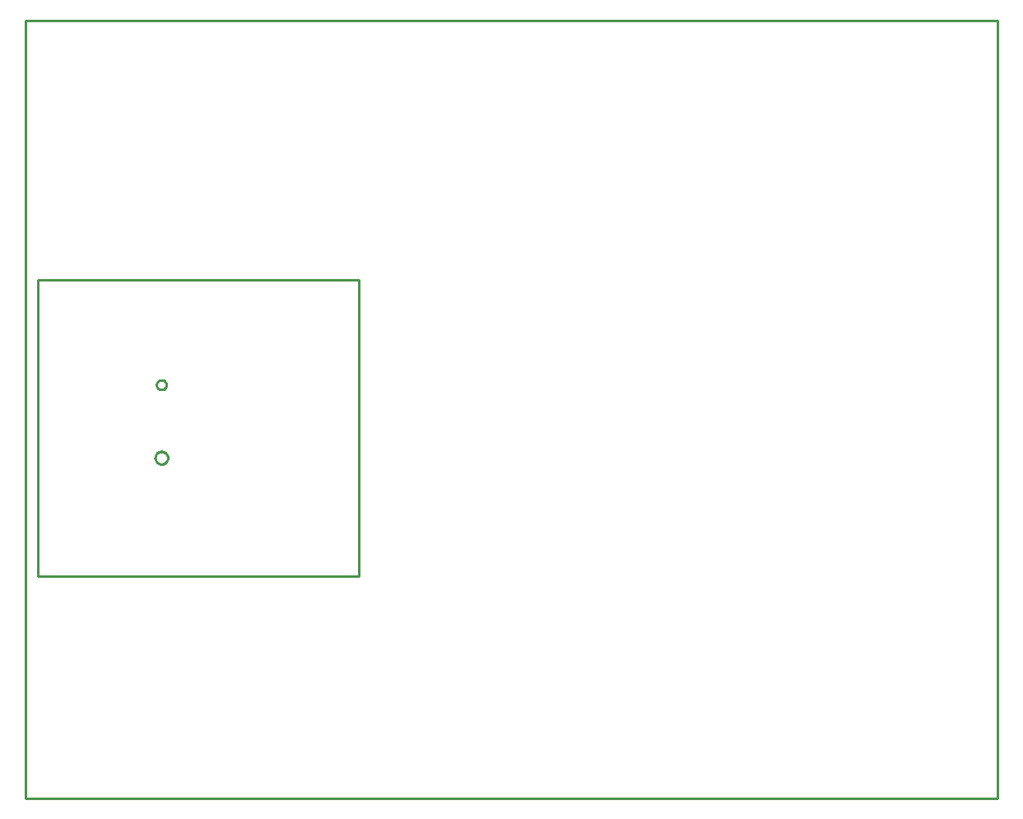
<source format=gbr>
G04 EAGLE Gerber RS-274X export*
G75*
%MOMM*%
%FSLAX34Y34*%
%LPD*%
%IN*%
%IPPOS*%
%AMOC8*
5,1,8,0,0,1.08239X$1,22.5*%
G01*
%ADD10C,0.254000*%


D10*
X0Y0D02*
X1000000Y0D01*
X1000000Y800000D01*
X0Y800000D01*
X0Y0D01*
X12700Y228600D02*
X342900Y228600D01*
X342900Y533400D01*
X12700Y533400D01*
X12700Y228600D01*
X146200Y349881D02*
X146137Y349245D01*
X146013Y348619D01*
X145827Y348008D01*
X145583Y347418D01*
X145282Y346854D01*
X144927Y346323D01*
X144522Y345830D01*
X144070Y345378D01*
X143577Y344973D01*
X143046Y344618D01*
X142482Y344317D01*
X141892Y344073D01*
X141281Y343887D01*
X140655Y343763D01*
X140019Y343700D01*
X139381Y343700D01*
X138745Y343763D01*
X138119Y343887D01*
X137508Y344073D01*
X136918Y344317D01*
X136354Y344618D01*
X135823Y344973D01*
X135330Y345378D01*
X134878Y345830D01*
X134473Y346323D01*
X134118Y346854D01*
X133817Y347418D01*
X133573Y348008D01*
X133387Y348619D01*
X133263Y349245D01*
X133200Y349881D01*
X133200Y350519D01*
X133263Y351155D01*
X133387Y351781D01*
X133573Y352392D01*
X133817Y352982D01*
X134118Y353546D01*
X134473Y354077D01*
X134878Y354570D01*
X135330Y355022D01*
X135823Y355427D01*
X136354Y355782D01*
X136918Y356083D01*
X137508Y356327D01*
X138119Y356513D01*
X138745Y356637D01*
X139381Y356700D01*
X140019Y356700D01*
X140655Y356637D01*
X141281Y356513D01*
X141892Y356327D01*
X142482Y356083D01*
X143046Y355782D01*
X143577Y355427D01*
X144070Y355022D01*
X144522Y354570D01*
X144927Y354077D01*
X145282Y353546D01*
X145583Y352982D01*
X145827Y352392D01*
X146013Y351781D01*
X146137Y351155D01*
X146200Y350519D01*
X146200Y349881D01*
X144700Y424919D02*
X144637Y424361D01*
X144512Y423814D01*
X144327Y423284D01*
X144083Y422778D01*
X143784Y422302D01*
X143434Y421863D01*
X143037Y421466D01*
X142598Y421116D01*
X142122Y420817D01*
X141616Y420573D01*
X141086Y420388D01*
X140539Y420263D01*
X139981Y420200D01*
X139419Y420200D01*
X138861Y420263D01*
X138314Y420388D01*
X137784Y420573D01*
X137278Y420817D01*
X136802Y421116D01*
X136363Y421466D01*
X135966Y421863D01*
X135616Y422302D01*
X135317Y422778D01*
X135073Y423284D01*
X134888Y423814D01*
X134763Y424361D01*
X134700Y424919D01*
X134700Y425481D01*
X134763Y426039D01*
X134888Y426586D01*
X135073Y427116D01*
X135317Y427622D01*
X135616Y428098D01*
X135966Y428537D01*
X136363Y428934D01*
X136802Y429284D01*
X137278Y429583D01*
X137784Y429827D01*
X138314Y430012D01*
X138861Y430137D01*
X139419Y430200D01*
X139981Y430200D01*
X140539Y430137D01*
X141086Y430012D01*
X141616Y429827D01*
X142122Y429583D01*
X142598Y429284D01*
X143037Y428934D01*
X143434Y428537D01*
X143784Y428098D01*
X144083Y427622D01*
X144327Y427116D01*
X144512Y426586D01*
X144637Y426039D01*
X144700Y425481D01*
X144700Y424919D01*
M02*

</source>
